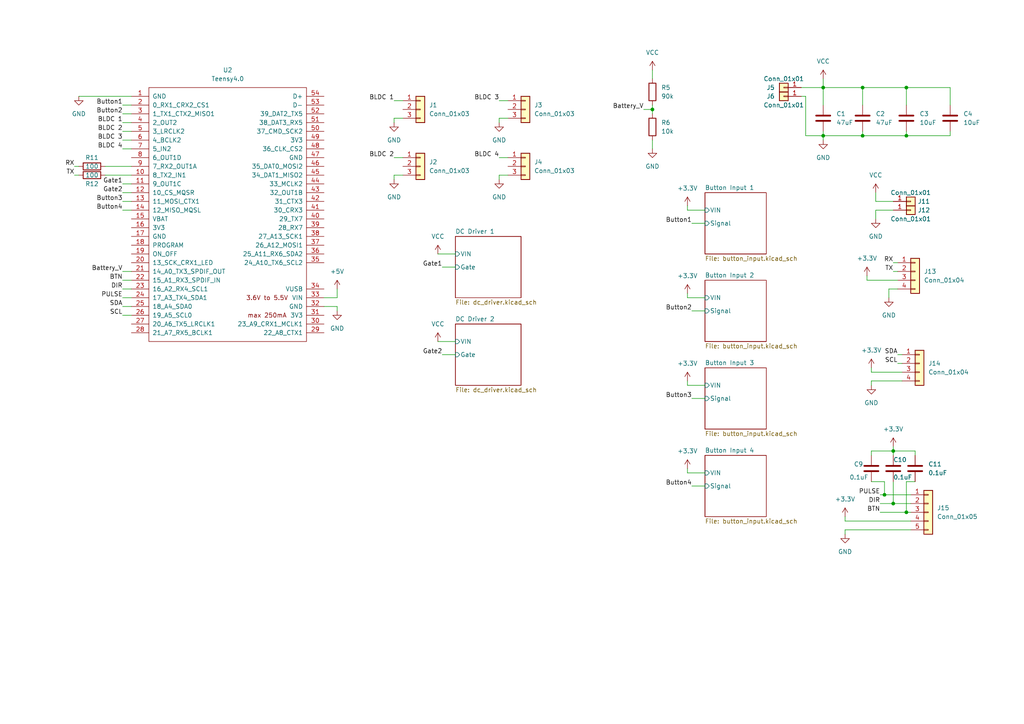
<source format=kicad_sch>
(kicad_sch (version 20230121) (generator eeschema)
  (paper "A4")
  (lib_symbols
    (symbol "Connector_Generic:Conn_01x01" (pin_names (offset 1.016) hide)
      (property "Reference" "J" (at 0 2.54 0))
      (property "Value" "Conn_01x01" (at 0 -2.54 0))
      (symbol "Conn_01x01_1_1"
        (rectangle (start -1.27 0.127) (end 0 -0.127) (stroke (width 0.1524)))
        (rectangle (start -1.27 1.27) (end 1.27 -1.27) (stroke (width 0.254)) (fill (type background)))
        (pin passive line (at -5.08 0 0) (length 3.81) (name "Pin_1") (number "1"))
      )
    )
    (symbol "Connector_Generic:Conn_01x03" (pin_names (offset 1.016) hide)
      (property "Reference" "J" (at 0 5.08 0))
      (property "Value" "Conn_01x03" (at 0 -5.08 0))
      (symbol "Conn_01x03_1_1"
        (rectangle (start -1.27 -2.413) (end 0 -2.667) (stroke (width 0.1524)))
        (rectangle (start -1.27 0.127) (end 0 -0.127) (stroke (width 0.1524)))
        (rectangle (start -1.27 2.667) (end 0 2.413) (stroke (width 0.1524)))
        (rectangle (start -1.27 3.81) (end 1.27 -3.81) (stroke (width 0.254)) (fill (type background)))
        (pin passive line (at -5.08 2.54 0) (length 3.81) (name "Pin_1") (number "1"))
        (pin passive line (at -5.08 0 0) (length 3.81) (name "Pin_2") (number "2"))
        (pin passive line (at -5.08 -2.54 0) (length 3.81) (name "Pin_3") (number "3"))
      )
    )
    (symbol "Connector_Generic:Conn_01x04" (pin_names (offset 1.016) hide)
      (property "Reference" "J" (at 0 5.08 0))
      (property "Value" "Conn_01x04" (at 0 -7.62 0))
      (symbol "Conn_01x04_1_1"
        (rectangle (start -1.27 -4.953) (end 0 -5.207) (stroke (width 0.1524)))
        (rectangle (start -1.27 -2.413) (end 0 -2.667) (stroke (width 0.1524)))
        (rectangle (start -1.27 0.127) (end 0 -0.127) (stroke (width 0.1524)))
        (rectangle (start -1.27 2.667) (end 0 2.413) (stroke (width 0.1524)))
        (rectangle (start -1.27 3.81) (end 1.27 -6.35) (stroke (width 0.254)) (fill (type background)))
        (pin passive line (at -5.08 2.54 0) (length 3.81) (name "Pin_1") (number "1"))
        (pin passive line (at -5.08 0 0) (length 3.81) (name "Pin_2") (number "2"))
        (pin passive line (at -5.08 -2.54 0) (length 3.81) (name "Pin_3") (number "3"))
        (pin passive line (at -5.08 -5.08 0) (length 3.81) (name "Pin_4") (number "4"))
      )
    )
    (symbol "Connector_Generic:Conn_01x05" (pin_names (offset 1.016) hide)
      (property "Reference" "J" (at 0 7.62 0))
      (property "Value" "Conn_01x05" (at 0 -7.62 0))
      (symbol "Conn_01x05_1_1"
        (rectangle (start -1.27 -4.953) (end 0 -5.207) (stroke (width 0.1524)))
        (rectangle (start -1.27 -2.413) (end 0 -2.667) (stroke (width 0.1524)))
        (rectangle (start -1.27 0.127) (end 0 -0.127) (stroke (width 0.1524)))
        (rectangle (start -1.27 2.667) (end 0 2.413) (stroke (width 0.1524)))
        (rectangle (start -1.27 5.207) (end 0 4.953) (stroke (width 0.1524)))
        (rectangle (start -1.27 6.35) (end 1.27 -6.35) (stroke (width 0.254)) (fill (type background)))
        (pin passive line (at -5.08 5.08 0) (length 3.81) (name "Pin_1") (number "1"))
        (pin passive line (at -5.08 2.54 0) (length 3.81) (name "Pin_2") (number "2"))
        (pin passive line (at -5.08 0 0) (length 3.81) (name "Pin_3") (number "3"))
        (pin passive line (at -5.08 -2.54 0) (length 3.81) (name "Pin_4") (number "4"))
        (pin passive line (at -5.08 -5.08 0) (length 3.81) (name "Pin_5") (number "5"))
      )
    )
    (symbol "Device:C" (pin_numbers hide) (pin_names (offset 0.254))
      (property "Reference" "C" (at 0.635 2.54 0))
      (property "Value" "C" (at 0.635 -2.54 0))
      (symbol "C_0_1"
        (polyline (pts (xy -2.032 -0.762) (xy 2.032 -0.762)) (stroke (width 0.508)))
        (polyline (pts (xy -2.032 0.762) (xy 2.032 0.762)) (stroke (width 0.508)))
      )
      (symbol "C_1_1"
        (pin passive line (at 0 3.81 270) (length 2.794) (name "~") (number "1"))
        (pin passive line (at 0 -3.81 90) (length 2.794) (name "~") (number "2"))
      )
    )
    (symbol "Device:R" (pin_numbers hide) (pin_names (offset 0))
      (property "Reference" "R" (at 2.032 0 90))
      (property "Value" "R" (at 0 0 90))
      (symbol "R_0_1"
        (rectangle (start -1.016 -2.54) (end 1.016 2.54) (stroke (width 0.254)))
      )
      (symbol "R_1_1"
        (pin passive line (at 0 3.81 270) (length 1.27) (name "~") (number "1"))
        (pin passive line (at 0 -3.81 90) (length 1.27) (name "~") (number "2"))
      )
    )
    (symbol "power:+3.3V" (power) (pin_names (offset 0))
      (property "Value" "+3.3V" (at 0 3.556 0))
      (symbol "+3.3V_0_1"
        (polyline (pts (xy -0.762 1.27) (xy 0 2.54)))
        (polyline (pts (xy 0 0) (xy 0 2.54)))
        (polyline (pts (xy 0 2.54) (xy 0.762 1.27)))
      )
      (symbol "+3.3V_1_1"
        (pin power_in line (at 0 0 90) (length 0) hide (name "+3.3V") (number "1"))
      )
    )
    (symbol "power:+5V" (power) (pin_names (offset 0))
      (property "Value" "+5V" (at 0 3.556 0))
      (symbol "+5V_0_1"
        (polyline (pts (xy -0.762 1.27) (xy 0 2.54)))
        (polyline (pts (xy 0 0) (xy 0 2.54)))
        (polyline (pts (xy 0 2.54) (xy 0.762 1.27)))
      )
      (symbol "+5V_1_1"
        (pin power_in line (at 0 0 90) (length 0) hide (name "+5V") (number "1"))
      )
    )
    (symbol "power:GND" (power) (pin_names (offset 0))
      (property "Value" "GND" (at 0 -3.81 0))
      (symbol "GND_0_1"
        (polyline (pts (xy 0 0) (xy 0 -1.27) (xy 1.27 -1.27) (xy 0 -2.54) (xy -1.27 -1.27) (xy 0 -1.27)))
      )
      (symbol "GND_1_1"
        (pin power_in line (at 0 0 270) (length 0) hide (name "GND") (number "1"))
      )
    )
    (symbol "power:VCC" (power) (pin_names (offset 0))
      (property "Value" "VCC" (at 0 3.81 0))
      (symbol "VCC_0_1"
        (polyline (pts (xy -0.762 1.27) (xy 0 2.54)))
        (polyline (pts (xy 0 0) (xy 0 2.54)))
        (polyline (pts (xy 0 2.54) (xy 0.762 1.27)))
      )
      (symbol "VCC_1_1"
        (pin power_in line (at 0 0 90) (length 0) hide (name "VCC") (number "1"))
      )
    )
    (symbol "teensy:Teensy4.0" (pin_names (offset 1.016))
      (property "Reference" "U" (at 0 39.37 0))
      (property "Value" "Teensy4.0" (at 0 -39.37 0))
      (symbol "Teensy4.0_0_0"
        (text "3.6V to 5.5V" (at 11.43 -24.13 0) (effects (font (size 1.27 1.27))))
        (text "max 250mA" (at 11.43 -29.21 0) (effects (font (size 1.27 1.27))))
        (pin bidirectional line (at -27.94 11.43 0) (length 5.08) (name "8_TX2_IN1") (number "10"))
        (pin bidirectional line (at -27.94 8.89 0) (length 5.08) (name "9_OUT1C") (number "11"))
        (pin bidirectional line (at -27.94 6.35 0) (length 5.08) (name "10_CS_MQSR") (number "12"))
        (pin bidirectional line (at -27.94 3.81 0) (length 5.08) (name "11_MOSI_CTX1") (number "13"))
        (pin bidirectional line (at -27.94 1.27 0) (length 5.08) (name "12_MISO_MQSL") (number "14"))
        (pin power_in line (at -27.94 -1.27 0) (length 5.08) (name "VBAT") (number "15"))
        (pin power_in line (at -27.94 -3.81 0) (length 5.08) (name "3V3") (number "16"))
        (pin power_in line (at -27.94 -6.35 0) (length 5.08) (name "GND") (number "17"))
        (pin input line (at -27.94 -8.89 0) (length 5.08) (name "PROGRAM") (number "18"))
        (pin input line (at -27.94 -11.43 0) (length 5.08) (name "ON_OFF") (number "19"))
        (pin bidirectional line (at -27.94 -13.97 0) (length 5.08) (name "13_SCK_CRX1_LED") (number "20"))
        (pin bidirectional line (at -27.94 -16.51 0) (length 5.08) (name "14_A0_TX3_SPDIF_OUT") (number "21"))
        (pin bidirectional line (at -27.94 -19.05 0) (length 5.08) (name "15_A1_RX3_SPDIF_IN") (number "22"))
        (pin bidirectional line (at -27.94 -21.59 0) (length 5.08) (name "16_A2_RX4_SCL1") (number "23"))
        (pin bidirectional line (at -27.94 -24.13 0) (length 5.08) (name "17_A3_TX4_SDA1") (number "24"))
        (pin bidirectional line (at -27.94 -26.67 0) (length 5.08) (name "18_A4_SDA0") (number "25"))
        (pin bidirectional line (at -27.94 -29.21 0) (length 5.08) (name "19_A5_SCL0") (number "26"))
        (pin bidirectional line (at -27.94 -31.75 0) (length 5.08) (name "20_A6_TX5_LRCLK1") (number "27"))
        (pin bidirectional line (at -27.94 -34.29 0) (length 5.08) (name "21_A7_RX5_BCLK1") (number "28"))
        (pin bidirectional line (at 27.94 -34.29 180) (length 5.08) (name "22_A8_CTX1") (number "29"))
        (pin bidirectional line (at 27.94 -31.75 180) (length 5.08) (name "23_A9_CRX1_MCLK1") (number "30"))
        (pin power_out line (at 27.94 -29.21 180) (length 5.08) (name "3V3") (number "31"))
        (pin power_in line (at 27.94 -26.67 180) (length 5.08) (name "GND") (number "32"))
        (pin power_in line (at 27.94 -24.13 180) (length 5.08) (name "VIN") (number "33"))
        (pin power_out line (at 27.94 -21.59 180) (length 5.08) (name "VUSB") (number "34"))
        (pin bidirectional line (at 27.94 -13.97 180) (length 5.08) (name "24_A10_TX6_SCL2") (number "35"))
        (pin bidirectional line (at 27.94 -11.43 180) (length 5.08) (name "25_A11_RX6_SDA2") (number "36"))
        (pin bidirectional line (at 27.94 -8.89 180) (length 5.08) (name "26_A12_MOSI1") (number "37"))
        (pin bidirectional line (at 27.94 -6.35 180) (length 5.08) (name "27_A13_SCK1") (number "38"))
        (pin bidirectional line (at 27.94 -3.81 180) (length 5.08) (name "28_RX7") (number "39"))
        (pin bidirectional line (at 27.94 -1.27 180) (length 5.08) (name "29_TX7") (number "40"))
        (pin bidirectional line (at 27.94 1.27 180) (length 5.08) (name "30_CRX3") (number "41"))
        (pin bidirectional line (at 27.94 3.81 180) (length 5.08) (name "31_CTX3") (number "42"))
        (pin bidirectional line (at 27.94 6.35 180) (length 5.08) (name "32_OUT1B") (number "43"))
        (pin bidirectional line (at 27.94 8.89 180) (length 5.08) (name "33_MCLK2") (number "44"))
        (pin bidirectional line (at 27.94 11.43 180) (length 5.08) (name "34_DAT1_MISO2") (number "45"))
        (pin bidirectional line (at 27.94 13.97 180) (length 5.08) (name "35_DAT0_MOSI2") (number "46"))
        (pin power_out line (at 27.94 16.51 180) (length 5.08) (name "GND") (number "47"))
        (pin bidirectional line (at 27.94 19.05 180) (length 5.08) (name "36_CLK_CS2") (number "48"))
        (pin power_out line (at 27.94 21.59 180) (length 5.08) (name "3V3") (number "49"))
        (pin bidirectional line (at -27.94 24.13 0) (length 5.08) (name "3_LRCLK2") (number "5"))
        (pin bidirectional line (at 27.94 24.13 180) (length 5.08) (name "37_CMD_SCK2") (number "50"))
        (pin bidirectional line (at 27.94 26.67 180) (length 5.08) (name "38_DAT3_RX5") (number "51"))
        (pin bidirectional line (at 27.94 29.21 180) (length 5.08) (name "39_DAT2_TX5") (number "52"))
        (pin bidirectional line (at 27.94 31.75 180) (length 5.08) (name "D-") (number "53"))
        (pin bidirectional line (at 27.94 34.29 180) (length 5.08) (name "D+") (number "54"))
        (pin bidirectional line (at -27.94 21.59 0) (length 5.08) (name "4_BCLK2") (number "6"))
        (pin bidirectional line (at -27.94 19.05 0) (length 5.08) (name "5_IN2") (number "7"))
        (pin bidirectional line (at -27.94 16.51 0) (length 5.08) (name "6_OUT1D") (number "8"))
        (pin bidirectional line (at -27.94 13.97 0) (length 5.08) (name "7_RX2_OUT1A") (number "9"))
      )
      (symbol "Teensy4.0_0_1"
        (rectangle (start -22.86 36.83) (end 22.86 -36.83))
        (rectangle (start -20.32 -31.75) (end -20.32 -31.75))
      )
      (symbol "Teensy4.0_1_1"
        (pin power_in line (at -27.94 34.29 0) (length 5.08) (name "GND") (number "1"))
        (pin bidirectional line (at -27.94 31.75 0) (length 5.08) (name "0_RX1_CRX2_CS1") (number "2"))
        (pin bidirectional line (at -27.94 29.21 0) (length 5.08) (name "1_TX1_CTX2_MISO1") (number "3"))
        (pin bidirectional line (at -27.94 26.67 0) (length 5.08) (name "2_OUT2") (number "4"))
      )
    )
  )
  (junction (at 259.08 130.81))
  (junction (at 256.54 143.51))
  (junction (at 238.76 25.4))
  (junction (at 262.89 25.4))
  (junction (at 262.89 39.37))
  (junction (at 250.19 39.37))
  (junction (at 262.89 148.59))
  (junction (at 189.23 31.75))
  (junction (at 238.76 39.37))
  (junction (at 250.19 25.4))
  (junction (at 259.08 146.05))
  (wire (pts (xy 265.43 132.08) (xy 265.43 130.81)))
  (wire (pts (xy 275.59 25.4) (xy 262.89 25.4)))
  (wire (pts (xy 256.54 143.51) (xy 264.16 143.51)))
  (wire (pts (xy 144.78 29.21) (xy 147.32 29.21)))
  (wire (pts (xy 262.89 139.7) (xy 262.89 148.59)))
  (wire (pts (xy 250.19 39.37) (xy 238.76 39.37)))
  (wire (pts (xy 252.73 139.7) (xy 256.54 139.7)))
  (wire (pts (xy 252.73 130.81) (xy 259.08 130.81)))
  (wire (pts (xy 35.56 53.34) (xy 38.1 53.34)))
  (wire (pts (xy 275.59 30.48) (xy 275.59 25.4)))
  (wire (pts (xy 233.68 39.37) (xy 238.76 39.37)))
  (wire (pts (xy 275.59 38.1) (xy 275.59 39.37)))
  (wire (pts (xy 189.23 20.32) (xy 189.23 22.86)))
  (wire (pts (xy 189.23 31.75) (xy 189.23 30.48)))
  (wire (pts (xy 250.19 30.48) (xy 250.19 25.4)))
  (wire (pts (xy 250.19 38.1) (xy 250.19 39.37)))
  (wire (pts (xy 254 58.42) (xy 259.08 58.42)))
  (wire (pts (xy 260.35 102.87) (xy 261.62 102.87)))
  (wire (pts (xy 199.39 135.89) (xy 199.39 137.16)))
  (wire (pts (xy 114.3 50.8) (xy 116.84 50.8)))
  (wire (pts (xy 30.48 50.8) (xy 38.1 50.8)))
  (wire (pts (xy 35.56 58.42) (xy 38.1 58.42)))
  (wire (pts (xy 255.27 148.59) (xy 262.89 148.59)))
  (wire (pts (xy 238.76 22.86) (xy 238.76 25.4)))
  (wire (pts (xy 128.27 77.47) (xy 132.08 77.47)))
  (wire (pts (xy 252.73 132.08) (xy 252.73 130.81)))
  (wire (pts (xy 144.78 35.56) (xy 144.78 34.29)))
  (wire (pts (xy 35.56 35.56) (xy 38.1 35.56)))
  (wire (pts (xy 238.76 25.4) (xy 238.76 30.48)))
  (wire (pts (xy 22.86 27.94) (xy 38.1 27.94)))
  (wire (pts (xy 97.79 86.36) (xy 97.79 83.82)))
  (wire (pts (xy 254 60.96) (xy 254 63.5)))
  (wire (pts (xy 35.56 81.28) (xy 38.1 81.28)))
  (wire (pts (xy 260.35 83.82) (xy 257.81 83.82)))
  (wire (pts (xy 30.48 48.26) (xy 38.1 48.26)))
  (wire (pts (xy 127 99.06) (xy 132.08 99.06)))
  (wire (pts (xy 251.46 81.28) (xy 260.35 81.28)))
  (wire (pts (xy 200.66 90.17) (xy 204.47 90.17)))
  (wire (pts (xy 93.98 86.36) (xy 97.79 86.36)))
  (wire (pts (xy 114.3 45.72) (xy 116.84 45.72)))
  (wire (pts (xy 35.56 83.82) (xy 38.1 83.82)))
  (wire (pts (xy 200.66 140.97) (xy 204.47 140.97)))
  (wire (pts (xy 254 55.88) (xy 254 58.42)))
  (wire (pts (xy 114.3 35.56) (xy 114.3 34.29)))
  (wire (pts (xy 259.08 146.05) (xy 264.16 146.05)))
  (wire (pts (xy 199.39 85.09) (xy 199.39 86.36)))
  (wire (pts (xy 35.56 78.74) (xy 38.1 78.74)))
  (wire (pts (xy 189.23 40.64) (xy 189.23 43.18)))
  (wire (pts (xy 252.73 110.49) (xy 252.73 111.76)))
  (wire (pts (xy 35.56 86.36) (xy 38.1 86.36)))
  (wire (pts (xy 245.11 151.13) (xy 264.16 151.13)))
  (wire (pts (xy 251.46 80.01) (xy 251.46 81.28)))
  (wire (pts (xy 199.39 110.49) (xy 199.39 111.76)))
  (wire (pts (xy 232.41 25.4) (xy 238.76 25.4)))
  (wire (pts (xy 199.39 86.36) (xy 204.47 86.36)))
  (wire (pts (xy 275.59 39.37) (xy 262.89 39.37)))
  (wire (pts (xy 35.56 55.88) (xy 38.1 55.88)))
  (wire (pts (xy 255.27 143.51) (xy 256.54 143.51)))
  (wire (pts (xy 199.39 137.16) (xy 204.47 137.16)))
  (wire (pts (xy 262.89 30.48) (xy 262.89 25.4)))
  (wire (pts (xy 261.62 110.49) (xy 252.73 110.49)))
  (wire (pts (xy 238.76 38.1) (xy 238.76 39.37)))
  (wire (pts (xy 144.78 45.72) (xy 147.32 45.72)))
  (wire (pts (xy 35.56 40.64) (xy 38.1 40.64)))
  (wire (pts (xy 259.08 130.81) (xy 259.08 132.08)))
  (wire (pts (xy 35.56 91.44) (xy 38.1 91.44)))
  (wire (pts (xy 199.39 60.96) (xy 204.47 60.96)))
  (wire (pts (xy 189.23 31.75) (xy 189.23 33.02)))
  (wire (pts (xy 35.56 33.02) (xy 38.1 33.02)))
  (wire (pts (xy 144.78 52.07) (xy 144.78 50.8)))
  (wire (pts (xy 233.68 39.37) (xy 233.68 27.94)))
  (wire (pts (xy 257.81 83.82) (xy 257.81 86.36)))
  (wire (pts (xy 245.11 153.67) (xy 264.16 153.67)))
  (wire (pts (xy 200.66 64.77) (xy 204.47 64.77)))
  (wire (pts (xy 35.56 30.48) (xy 38.1 30.48)))
  (wire (pts (xy 250.19 25.4) (xy 262.89 25.4)))
  (wire (pts (xy 21.59 50.8) (xy 22.86 50.8)))
  (wire (pts (xy 245.11 153.67) (xy 245.11 154.94)))
  (wire (pts (xy 265.43 139.7) (xy 262.89 139.7)))
  (wire (pts (xy 35.56 60.96) (xy 38.1 60.96)))
  (wire (pts (xy 259.08 76.2) (xy 260.35 76.2)))
  (wire (pts (xy 114.3 52.07) (xy 114.3 50.8)))
  (wire (pts (xy 186.69 31.75) (xy 189.23 31.75)))
  (wire (pts (xy 144.78 34.29) (xy 147.32 34.29)))
  (wire (pts (xy 114.3 34.29) (xy 116.84 34.29)))
  (wire (pts (xy 128.27 102.87) (xy 132.08 102.87)))
  (wire (pts (xy 252.73 106.68) (xy 252.73 107.95)))
  (wire (pts (xy 238.76 25.4) (xy 250.19 25.4)))
  (wire (pts (xy 262.89 148.59) (xy 264.16 148.59)))
  (wire (pts (xy 97.79 88.9) (xy 97.79 90.17)))
  (wire (pts (xy 260.35 105.41) (xy 261.62 105.41)))
  (wire (pts (xy 262.89 39.37) (xy 250.19 39.37)))
  (wire (pts (xy 200.66 115.57) (xy 204.47 115.57)))
  (wire (pts (xy 35.56 38.1) (xy 38.1 38.1)))
  (wire (pts (xy 35.56 43.18) (xy 38.1 43.18)))
  (wire (pts (xy 245.11 149.86) (xy 245.11 151.13)))
  (wire (pts (xy 259.08 130.81) (xy 259.08 129.54)))
  (wire (pts (xy 35.56 88.9) (xy 38.1 88.9)))
  (wire (pts (xy 262.89 38.1) (xy 262.89 39.37)))
  (wire (pts (xy 238.76 39.37) (xy 238.76 40.64)))
  (wire (pts (xy 233.68 27.94) (xy 232.41 27.94)))
  (wire (pts (xy 259.08 139.7) (xy 259.08 146.05)))
  (wire (pts (xy 256.54 139.7) (xy 256.54 143.51)))
  (wire (pts (xy 114.3 29.21) (xy 116.84 29.21)))
  (wire (pts (xy 21.59 48.26) (xy 22.86 48.26)))
  (wire (pts (xy 199.39 59.69) (xy 199.39 60.96)))
  (wire (pts (xy 199.39 111.76) (xy 204.47 111.76)))
  (wire (pts (xy 93.98 88.9) (xy 97.79 88.9)))
  (wire (pts (xy 127 73.66) (xy 132.08 73.66)))
  (wire (pts (xy 259.08 78.74) (xy 260.35 78.74)))
  (wire (pts (xy 252.73 107.95) (xy 261.62 107.95)))
  (wire (pts (xy 255.27 146.05) (xy 259.08 146.05)))
  (wire (pts (xy 144.78 50.8) (xy 147.32 50.8)))
  (wire (pts (xy 265.43 130.81) (xy 259.08 130.81)))
  (wire (pts (xy 259.08 60.96) (xy 254 60.96)))
  (label "RX" (at 259.08 76.2 180))
  (label "DIR" (at 35.56 83.82 180))
  (label "PULSE" (at 35.56 86.36 180))
  (label "Gate1" (at 35.56 53.34 180))
  (label "BLDC 1" (at 35.56 35.56 180))
  (label "BLDC 4" (at 144.78 45.72 180))
  (label "SDA" (at 260.35 102.87 180))
  (label "BTN" (at 255.27 148.59 180))
  (label "BLDC 2" (at 35.56 38.1 180))
  (label "Button2" (at 200.66 90.17 180))
  (label "SCL" (at 260.35 105.41 180))
  (label "Gate1" (at 128.27 77.47 180))
  (label "RX" (at 21.59 48.26 180))
  (label "BLDC 2" (at 114.3 45.72 180))
  (label "Gate2" (at 35.56 55.88 180))
  (label "DIR" (at 255.27 146.05 180))
  (label "Button4" (at 200.66 140.97 180))
  (label "BLDC 4" (at 35.56 43.18 180))
  (label "PULSE" (at 255.27 143.51 180))
  (label "TX" (at 259.08 78.74 180))
  (label "Button3" (at 200.66 115.57 180))
  (label "Battery_V" (at 35.56 78.74 180))
  (label "Button1" (at 35.56 30.48 180))
  (label "SDA" (at 35.56 88.9 180))
  (label "TX" (at 21.59 50.8 180))
  (label "BLDC 1" (at 114.3 29.21 180))
  (label "SCL" (at 35.56 91.44 180))
  (label "Button1" (at 200.66 64.77 180))
  (label "Button2" (at 35.56 33.02 180))
  (label "Button4" (at 35.56 60.96 180))
  (label "Gate2" (at 128.27 102.87 180))
  (label "BLDC 3" (at 144.78 29.21 180))
  (label "Battery_V" (at 186.69 31.75 180))
  (label "BLDC 3" (at 35.56 40.64 180))
  (label "Button3" (at 35.56 58.42 180))
  (label "BTN" (at 35.56 81.28 180))
  (symbol (lib_id "Connector_Generic:Conn_01x03") (at 121.92 48.26 0) (unit 1)
    (property "Reference" "J2" (at 124.46 46.9899 0) (effects (justify left)))
    (property "Value" "Conn_01x03" (at 124.46 49.5299 0) (effects (justify left)))
    (property "Footprint" "Connector_PinSocket_2.54mm:PinSocket_1x03_P2.54mm_Vertical" (effects hide))
  )
  (symbol (lib_id "Connector_Generic:Conn_01x01") (at 264.16 60.96 0) (unit 1)
    (property "Reference" "J12" (at 267.97 60.96 0))
    (property "Value" "Conn_01x01" (at 264.16 63.5 0))
    (property "Footprint" "MountingHole:MountingHole_2.2mm_M2_Pad_Via" (effects hide))
  )
  (symbol (lib_id "teensy:Teensy4.0") (at 66.04 62.23 0) (unit 1)
    (property "Reference" "U2" (at 66.04 20.32 0))
    (property "Value" "Teensy4.0" (at 66.04 22.86 0))
    (property "Footprint" "teensy.pretty-master:Teensy40_SMT" (effects hide))
  )
  (symbol (lib_id "power:VCC") (at 238.76 22.86 0) (unit 1)
    (property "Reference" "#PWR0120" (effects hide))
    (property "Value" "VCC" (at 238.76 17.78 0))
  )
  (symbol (lib_id "Device:R") (at 189.23 26.67 0) (unit 1)
    (property "Reference" "R5" (at 191.77 25.3999 0) (effects (justify left)))
    (property "Value" "90k" (at 191.77 27.9399 0) (effects (justify left)))
    (property "Footprint" "Resistor_SMD:R_0603_1608Metric" (effects hide))
  )
  (symbol (lib_id "power:GND") (at 144.78 35.56 0) (unit 1)
    (property "Reference" "#PWR0119" (effects hide))
    (property "Value" "GND" (at 144.78 40.64 0))
  )
  (symbol (lib_id "Connector_Generic:Conn_01x01") (at 227.33 25.4 180) (unit 1)
    (property "Reference" "J5" (at 223.52 25.4 0))
    (property "Value" "Conn_01x01" (at 227.33 22.86 0))
    (property "Footprint" "MountingHole:MountingHole_2.2mm_M2_Pad_Via" (effects hide))
  )
  (symbol (lib_id "Connector_Generic:Conn_01x05") (at 269.24 148.59 0) (unit 1)
    (property "Reference" "J15" (at 271.78 147.3199 0) (effects (justify left)))
    (property "Value" "Conn_01x05" (at 271.78 149.8599 0) (effects (justify left)))
    (property "Footprint" "Connector_PinHeader_2.54mm:PinHeader_1x05_P2.54mm_Vertical" (effects hide))
  )
  (symbol (lib_id "power:GND") (at 189.23 43.18 0) (unit 1)
    (property "Reference" "#PWR0124" (effects hide))
    (property "Value" "GND" (at 189.23 48.26 0))
  )
  (symbol (lib_id "Device:R") (at 26.67 50.8 90) (unit 1)
    (property "Reference" "R12" (at 26.67 53.34 90))
    (property "Value" "100" (at 26.67 50.8 90))
    (property "Footprint" "Resistor_SMD:R_0603_1608Metric" (effects hide))
  )
  (symbol (lib_id "Device:C") (at 252.73 135.89 0) (unit 1)
    (property "Reference" "C9" (at 247.65 134.62 0) (effects (justify left)))
    (property "Value" "0.1uF" (at 246.38 138.43 0) (effects (justify left)))
    (property "Footprint" "Capacitor_SMD:C_0603_1608Metric" (effects hide))
  )
  (symbol (lib_id "Device:C") (at 275.59 34.29 0) (unit 1)
    (property "Reference" "C4" (at 279.4 33.0199 0) (effects (justify left)))
    (property "Value" "10uF" (at 279.4 35.5599 0) (effects (justify left)))
    (property "Footprint" "Capacitor_SMD:C_0805_2012Metric" (effects hide))
  )
  (symbol (lib_id "Connector_Generic:Conn_01x03") (at 152.4 31.75 0) (unit 1)
    (property "Reference" "J3" (at 154.94 30.4799 0) (effects (justify left)))
    (property "Value" "Conn_01x03" (at 154.94 33.0199 0) (effects (justify left)))
    (property "Footprint" "Connector_PinSocket_2.54mm:PinSocket_1x03_P2.54mm_Vertical" (effects hide))
  )
  (symbol (lib_id "Connector_Generic:Conn_01x04") (at 266.7 105.41 0) (unit 1)
    (property "Reference" "J14" (at 269.24 105.4099 0) (effects (justify left)))
    (property "Value" "Conn_01x04" (at 269.24 107.9499 0) (effects (justify left)))
    (property "Footprint" "Connector_PinHeader_2.54mm:PinHeader_1x04_P2.54mm_Vertical" (effects hide))
  )
  (symbol (lib_id "Device:C") (at 238.76 34.29 0) (unit 1)
    (property "Reference" "C1" (at 242.57 33.0199 0) (effects (justify left)))
    (property "Value" "47uF" (at 242.57 35.5599 0) (effects (justify left)))
    (property "Footprint" "Capacitor_SMD:CP_Elec_6.3x5.8" (effects hide))
  )
  (symbol (lib_id "Device:R") (at 189.23 36.83 0) (unit 1)
    (property "Reference" "R6" (at 191.77 35.5599 0) (effects (justify left)))
    (property "Value" "10k" (at 191.77 38.0999 0) (effects (justify left)))
    (property "Footprint" "Resistor_SMD:R_0603_1608Metric" (effects hide))
  )
  (symbol (lib_id "power:GND") (at 238.76 40.64 0) (unit 1)
    (property "Reference" "#PWR0103" (effects hide))
    (property "Value" "GND" (at 238.76 45.72 0))
  )
  (symbol (lib_id "power:GND") (at 22.86 27.94 0) (unit 1)
    (property "Reference" "#PWR01" (effects hide))
    (property "Value" "GND" (at 22.86 33.02 0))
  )
  (symbol (lib_id "Device:C") (at 262.89 34.29 0) (unit 1)
    (property "Reference" "C3" (at 266.7 33.0199 0) (effects (justify left)))
    (property "Value" "10uF" (at 266.7 35.5599 0) (effects (justify left)))
    (property "Footprint" "Capacitor_SMD:C_0805_2012Metric" (effects hide))
  )
  (symbol (lib_id "power:+3.3V") (at 199.39 59.69 0) (unit 1)
    (property "Reference" "#PWR0126" (effects hide))
    (property "Value" "+3.3V" (at 199.39 54.61 0))
  )
  (symbol (lib_id "power:+3.3V") (at 199.39 135.89 0) (unit 1)
    (property "Reference" "#PWR0125" (effects hide))
    (property "Value" "+3.3V" (at 199.39 130.81 0))
  )
  (symbol (lib_id "Connector_Generic:Conn_01x01") (at 227.33 27.94 180) (unit 1)
    (property "Reference" "J6" (at 223.52 27.94 0))
    (property "Value" "Conn_01x01" (at 227.33 30.48 0))
    (property "Footprint" "MountingHole:MountingHole_2.2mm_M2_Pad_Via" (effects hide))
  )
  (symbol (lib_id "power:+3.3V") (at 251.46 80.01 0) (unit 1)
    (property "Reference" "#PWR0134" (effects hide))
    (property "Value" "+3.3V" (at 251.46 74.93 0))
  )
  (symbol (lib_id "power:GND") (at 252.73 111.76 0) (unit 1)
    (property "Reference" "#PWR0132" (effects hide))
    (property "Value" "GND" (at 252.73 116.84 0))
  )
  (symbol (lib_id "power:VCC") (at 127 73.66 0) (unit 1)
    (property "Reference" "#PWR0115" (effects hide))
    (property "Value" "VCC" (at 127 68.58 0))
  )
  (symbol (lib_id "Device:C") (at 259.08 135.89 0) (unit 1)
    (property "Reference" "C10" (at 259.08 133.35 0) (effects (justify left)))
    (property "Value" "0.1uF" (at 259.08 138.43 0) (effects (justify left)))
    (property "Footprint" "Capacitor_SMD:C_0603_1608Metric" (effects hide))
  )
  (symbol (lib_id "power:+3.3V") (at 199.39 85.09 0) (unit 1)
    (property "Reference" "#PWR0128" (effects hide))
    (property "Value" "+3.3V" (at 199.39 80.01 0))
  )
  (symbol (lib_id "power:GND") (at 114.3 35.56 0) (unit 1)
    (property "Reference" "#PWR0118" (effects hide))
    (property "Value" "GND" (at 114.3 40.64 0))
  )
  (symbol (lib_id "power:VCC") (at 189.23 20.32 0) (unit 1)
    (property "Reference" "#PWR0123" (effects hide))
    (property "Value" "VCC" (at 189.23 15.24 0))
  )
  (symbol (lib_id "power:GND") (at 257.81 86.36 0) (unit 1)
    (property "Reference" "#PWR0135" (effects hide))
    (property "Value" "GND" (at 257.81 91.44 0))
  )
  (symbol (lib_id "Device:R") (at 26.67 48.26 90) (unit 1)
    (property "Reference" "R11" (at 26.67 45.72 90))
    (property "Value" "100" (at 26.67 48.26 90))
    (property "Footprint" "Resistor_SMD:R_0603_1608Metric" (effects hide))
  )
  (symbol (lib_id "Device:C") (at 250.19 34.29 0) (unit 1)
    (property "Reference" "C2" (at 254 33.0199 0) (effects (justify left)))
    (property "Value" "47uF" (at 254 35.5599 0) (effects (justify left)))
    (property "Footprint" "Capacitor_SMD:CP_Elec_6.3x5.8" (effects hide))
  )
  (symbol (lib_id "Connector_Generic:Conn_01x04") (at 265.43 78.74 0) (unit 1)
    (property "Reference" "J13" (at 267.97 78.7399 0) (effects (justify left)))
    (property "Value" "Conn_01x04" (at 267.97 81.2799 0) (effects (justify left)))
    (property "Footprint" "Connector_PinHeader_2.54mm:PinHeader_1x04_P2.54mm_Vertical" (effects hide))
  )
  (symbol (lib_id "power:+3.3V") (at 252.73 106.68 0) (unit 1)
    (property "Reference" "#PWR0133" (effects hide))
    (property "Value" "+3.3V" (at 252.73 101.6 0))
  )
  (symbol (lib_id "power:+3.3V") (at 245.11 149.86 0) (unit 1)
    (property "Reference" "#PWR0130" (effects hide))
    (property "Value" "+3.3V" (at 245.11 144.78 0))
  )
  (symbol (lib_id "power:GND") (at 114.3 52.07 0) (unit 1)
    (property "Reference" "#PWR0116" (effects hide))
    (property "Value" "GND" (at 114.3 57.15 0))
  )
  (symbol (lib_id "power:GND") (at 97.79 90.17 0) (unit 1)
    (property "Reference" "#PWR0101" (effects hide))
    (property "Value" "GND" (at 97.79 95.25 0))
  )
  (symbol (lib_id "power:+5V") (at 97.79 83.82 0) (unit 1)
    (property "Reference" "#PWR0137" (effects hide))
    (property "Value" "+5V" (at 97.79 78.74 0))
  )
  (symbol (lib_id "Connector_Generic:Conn_01x01") (at 264.16 58.42 0) (unit 1)
    (property "Reference" "J11" (at 267.97 58.42 0))
    (property "Value" "Conn_01x01" (at 264.16 55.88 0))
    (property "Footprint" "MountingHole:MountingHole_2.2mm_M2_Pad_Via" (effects hide))
  )
  (symbol (lib_id "power:VCC") (at 127 99.06 0) (unit 1)
    (property "Reference" "#PWR0114" (effects hide))
    (property "Value" "VCC" (at 127 93.98 0))
  )
  (symbol (lib_id "Connector_Generic:Conn_01x03") (at 152.4 48.26 0) (unit 1)
    (property "Reference" "J4" (at 154.94 46.9899 0) (effects (justify left)))
    (property "Value" "Conn_01x03" (at 154.94 49.5299 0) (effects (justify left)))
    (property "Footprint" "Connector_PinSocket_2.54mm:PinSocket_1x03_P2.54mm_Vertical" (effects hide))
  )
  (symbol (lib_id "Device:C") (at 265.43 135.89 0) (unit 1)
    (property "Reference" "C11" (at 269.24 134.6199 0) (effects (justify left)))
    (property "Value" "0.1uF" (at 269.24 137.1599 0) (effects (justify left)))
    (property "Footprint" "Capacitor_SMD:C_0603_1608Metric" (effects hide))
  )
  (symbol (lib_id "power:VCC") (at 254 55.88 0) (unit 1)
    (property "Reference" "#PWR0122" (effects hide))
    (property "Value" "VCC" (at 254 50.8 0))
  )
  (symbol (lib_id "power:+3.3V") (at 199.39 110.49 0) (unit 1)
    (property "Reference" "#PWR0127" (effects hide))
    (property "Value" "+3.3V" (at 199.39 105.41 0))
  )
  (symbol (lib_id "power:+3.3V") (at 259.08 129.54 0) (unit 1)
    (property "Reference" "#PWR0131" (effects hide))
    (property "Value" "+3.3V" (at 259.08 124.46 0))
  )
  (symbol (lib_id "power:GND") (at 245.11 154.94 0) (unit 1)
    (property "Reference" "#PWR0129" (effects hide))
    (property "Value" "GND" (at 245.11 160.02 0))
  )
  (symbol (lib_id "power:GND") (at 144.78 52.07 0) (unit 1)
    (property "Reference" "#PWR0117" (effects hide))
    (property "Value" "GND" (at 144.78 57.15 0))
  )
  (symbol (lib_id "Connector_Generic:Conn_01x03") (at 121.92 31.75 0) (unit 1)
    (property "Reference" "J1" (at 124.46 30.4799 0) (effects (justify left)))
    (property "Value" "Conn_01x03" (at 124.46 33.0199 0) (effects (justify left)))
    (property "Footprint" "Connector_PinSocket_2.54mm:PinSocket_1x03_P2.54mm_Vertical" (effects hide))
  )
  (symbol (lib_id "power:GND") (at 254 63.5 0) (unit 1)
    (property "Reference" "#PWR0121" (effects hide))
    (property "Value" "GND" (at 254 68.58 0))
  )
  (sheet (at 204.47 55.88) (size 17.78 17.78) (stroke (width 0.1524))
    (property "Sheetname" "Button Input 1" (at 204.47 55.1684 0) (effects (justify left bottom)))
    (property "Sheetfile" "button_input.kicad_sch" (at 204.47 74.2446 0) (effects (justify left top)))
    (pin "VIN" input (at 204.47 60.96 180))
    (pin "Signal" input (at 204.47 64.77 180))
  )
  (sheet (at 204.47 81.28) (size 17.78 17.78) (stroke (width 0.1524))
    (property "Sheetname" "Button Input 2" (at 204.47 80.5684 0) (effects (justify left bottom)))
    (property "Sheetfile" "button_input.kicad_sch" (at 204.47 99.6446 0) (effects (justify left top)))
    (pin "VIN" input (at 204.47 86.36 180))
    (pin "Signal" input (at 204.47 90.17 180))
  )
  (sheet (at 204.47 132.08) (size 17.78 17.78) (stroke (width 0.1524))
    (property "Sheetname" "Button Input 4" (at 204.47 131.3684 0) (effects (justify left bottom)))
    (property "Sheetfile" "button_input.kicad_sch" (at 204.47 150.4446 0) (effects (justify left top)))
    (pin "VIN" input (at 204.47 137.16 180))
    (pin "Signal" input (at 204.47 140.97 180))
  )
  (sheet (at 204.47 106.68) (size 17.78 17.78) (stroke (width 0.1524))
    (property "Sheetname" "Button Input 3" (at 204.47 105.9684 0) (effects (justify left bottom)))
    (property "Sheetfile" "button_input.kicad_sch" (at 204.47 125.0446 0) (effects (justify left top)))
    (pin "VIN" input (at 204.47 111.76 180))
    (pin "Signal" input (at 204.47 115.57 180))
  )
  (sheet (at 132.08 68.58) (size 19.05 17.78) (stroke (width 0.1524))
    (property "Sheetname" "DC Driver 1" (at 132.08 67.8684 0) (effects (justify left bottom)))
    (property "Sheetfile" "dc_driver.kicad_sch" (at 132.08 86.9446 0) (effects (justify left top)))
    (pin "Gate" input (at 132.08 77.47 180))
    (pin "VIN" input (at 132.08 73.66 180))
  )
  (sheet (at 132.08 93.98) (size 19.05 17.78) (stroke (width 0.1524))
    (property "Sheetname" "DC Driver 2" (at 132.08 93.2684 0) (effects (justify left bottom)))
    (property "Sheetfile" "dc_driver.kicad_sch" (at 132.08 112.3446 0) (effects (justify left top)))
    (pin "Gate" input (at 132.08 102.87 180))
    (pin "VIN" input (at 132.08 99.06 180))
  )
)
</source>
